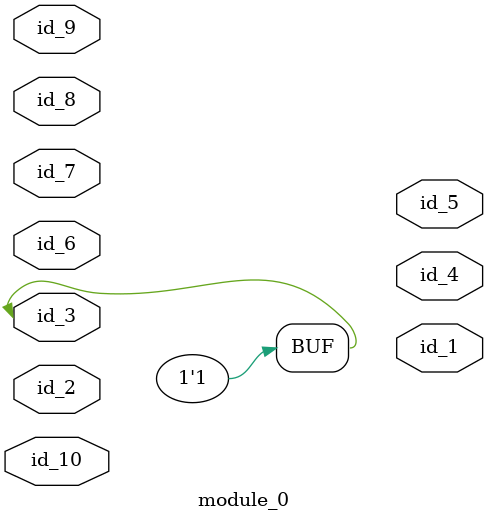
<source format=v>
module module_0 (
    id_1,
    id_2,
    id_3,
    id_4,
    id_5,
    id_6,
    id_7,
    id_8,
    id_9,
    id_10
);
  inout id_10;
  input id_9;
  input id_8;
  input id_7;
  inout id_6;
  output id_5;
  output id_4;
  inout id_3;
  inout id_2;
  output id_1;
  assign id_3[1 : 1'b0] = 1;
endmodule

</source>
